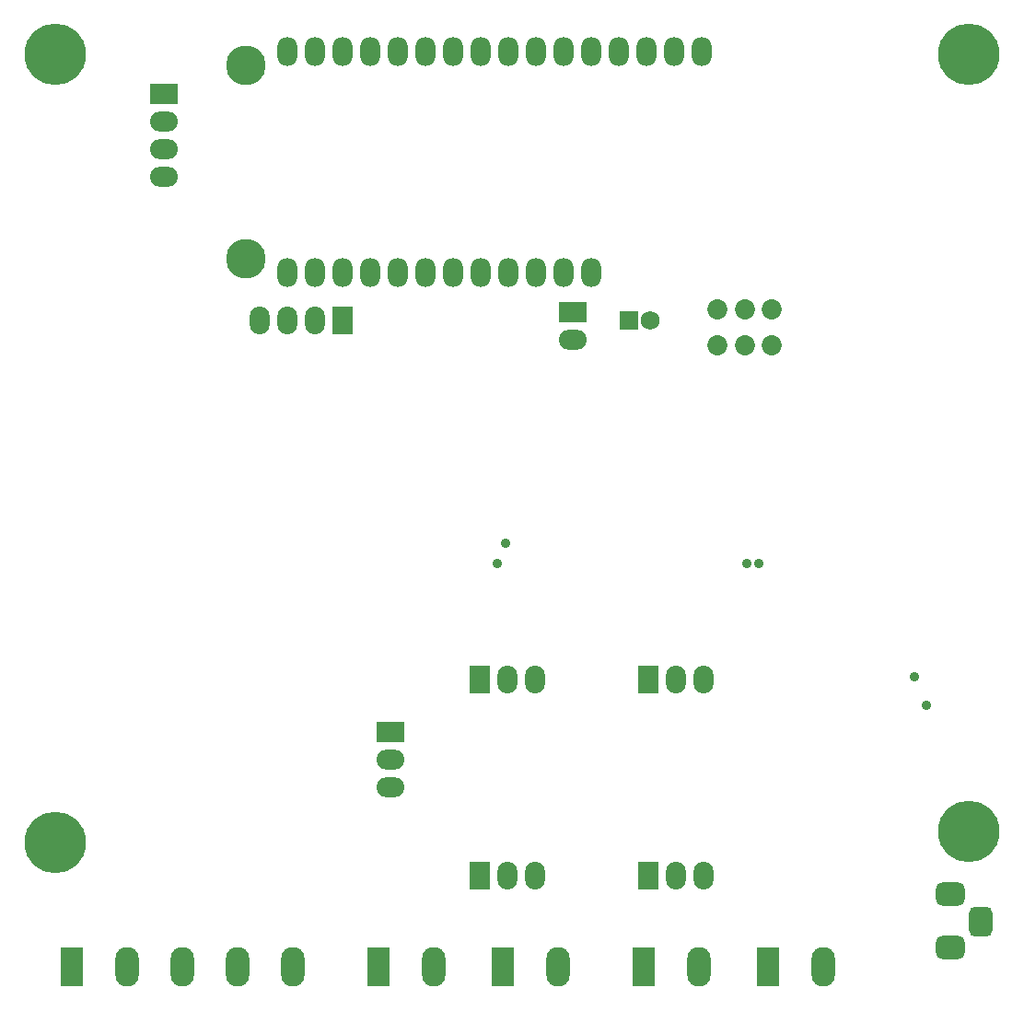
<source format=gbs>
G04*
G04 #@! TF.GenerationSoftware,Altium Limited,Altium Designer,19.0.12 (326)*
G04*
G04 Layer_Color=16711935*
%FSAX44Y44*%
%MOMM*%
G71*
G01*
G75*
%ADD82C,3.6524*%
%ADD83O,1.8524X2.6524*%
%ADD84C,1.8524*%
%ADD85R,1.7524X1.7524*%
%ADD86C,1.7524*%
%ADD87O,2.5524X1.8524*%
%ADD88R,2.5524X1.8524*%
%ADD89O,1.8524X2.5524*%
%ADD90R,1.8524X2.5524*%
G04:AMPARAMS|DCode=91|XSize=2.1524mm|YSize=2.7524mm|CornerRadius=0.5762mm|HoleSize=0mm|Usage=FLASHONLY|Rotation=180.000|XOffset=0mm|YOffset=0mm|HoleType=Round|Shape=RoundedRectangle|*
%AMROUNDEDRECTD91*
21,1,2.1524,1.6000,0,0,180.0*
21,1,1.0000,2.7524,0,0,180.0*
1,1,1.1524,-0.5000,0.8000*
1,1,1.1524,0.5000,0.8000*
1,1,1.1524,0.5000,-0.8000*
1,1,1.1524,-0.5000,-0.8000*
%
%ADD91ROUNDEDRECTD91*%
G04:AMPARAMS|DCode=92|XSize=2.6524mm|YSize=2.1524mm|CornerRadius=0.5762mm|HoleSize=0mm|Usage=FLASHONLY|Rotation=180.000|XOffset=0mm|YOffset=0mm|HoleType=Round|Shape=RoundedRectangle|*
%AMROUNDEDRECTD92*
21,1,2.6524,1.0000,0,0,180.0*
21,1,1.5000,2.1524,0,0,180.0*
1,1,1.1524,-0.7500,0.5000*
1,1,1.1524,0.7500,0.5000*
1,1,1.1524,0.7500,-0.5000*
1,1,1.1524,-0.7500,-0.5000*
%
%ADD92ROUNDEDRECTD92*%
%ADD93R,2.1524X3.6524*%
%ADD94O,2.1524X3.6524*%
%ADD95C,5.6524*%
%ADD96C,0.9144*%
D82*
X00225489Y00722280D02*
D03*
Y00900080D02*
D03*
D83*
X00644589Y00912780D02*
D03*
X00619189D02*
D03*
X00593789D02*
D03*
X00568389D02*
D03*
X00542989D02*
D03*
X00517589D02*
D03*
X00492189D02*
D03*
X00466789D02*
D03*
X00441389D02*
D03*
X00415989D02*
D03*
X00390589D02*
D03*
X00365189D02*
D03*
X00339789D02*
D03*
X00314389D02*
D03*
X00288989D02*
D03*
X00263589D02*
D03*
Y00709580D02*
D03*
X00288989D02*
D03*
X00314389D02*
D03*
X00339789D02*
D03*
X00365189D02*
D03*
X00390589D02*
D03*
X00415989D02*
D03*
X00441389D02*
D03*
X00466789D02*
D03*
X00492189D02*
D03*
X00517589D02*
D03*
X00542989D02*
D03*
D84*
X00709220Y00642540D02*
D03*
X00684220D02*
D03*
X00659220D02*
D03*
X00709220Y00675540D02*
D03*
X00684220D02*
D03*
X00659220D02*
D03*
D85*
X00577460Y00665400D02*
D03*
D86*
X00597460D02*
D03*
D87*
X00526340Y00647620D02*
D03*
X00358430Y00236140D02*
D03*
Y00261540D02*
D03*
X00150420Y00848280D02*
D03*
Y00822880D02*
D03*
Y00797480D02*
D03*
D88*
X00526340Y00673020D02*
D03*
X00358430Y00286940D02*
D03*
X00150420Y00873680D02*
D03*
D89*
X00238189Y00665400D02*
D03*
X00263589D02*
D03*
X00288989D02*
D03*
X00645859Y00155000D02*
D03*
X00620459D02*
D03*
X00645859Y00335000D02*
D03*
X00620459D02*
D03*
X00490859D02*
D03*
X00465459D02*
D03*
X00490859Y00155000D02*
D03*
X00465459D02*
D03*
D90*
X00314389Y00665400D02*
D03*
X00595059Y00155000D02*
D03*
Y00335000D02*
D03*
X00440059D02*
D03*
Y00155000D02*
D03*
D91*
X00901399Y00112679D02*
D03*
D92*
X00873399Y00088679D02*
D03*
Y00137679D02*
D03*
D93*
X00705279Y00070640D02*
D03*
X00590979D02*
D03*
X00461439D02*
D03*
X00347139D02*
D03*
X00065199D02*
D03*
D94*
X00756079D02*
D03*
X00641779D02*
D03*
X00512239D02*
D03*
X00397939D02*
D03*
X00166799D02*
D03*
X00115999D02*
D03*
X00217599D02*
D03*
X00268399D02*
D03*
D95*
X00050000Y00910000D02*
D03*
X00890000D02*
D03*
Y00195000D02*
D03*
X00050000Y00185000D02*
D03*
D96*
X00840303Y00337740D02*
D03*
X00463880Y00460676D02*
D03*
X00456431Y00441584D02*
D03*
X00685629Y00441686D02*
D03*
X00696675Y00441960D02*
D03*
X00851000Y00311000D02*
D03*
M02*

</source>
